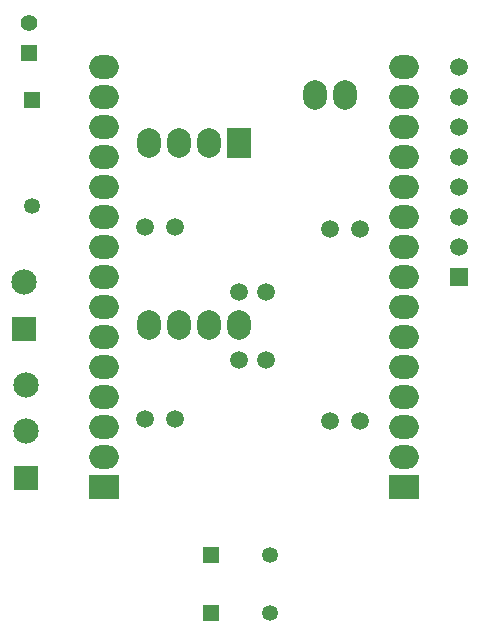
<source format=gbr>
G04*
G04 #@! TF.GenerationSoftware,Altium Limited,Altium Designer,25.4.2 (15)*
G04*
G04 Layer_Color=255*
%FSLAX44Y44*%
%MOMM*%
G71*
G04*
G04 #@! TF.SameCoordinates,6A45B100-41C4-4237-90B8-33650A0F4B54*
G04*
G04*
G04 #@! TF.FilePolarity,Positive*
G04*
G01*
G75*
%ADD33C,1.3500*%
%ADD34R,1.3500X1.3500*%
%ADD35O,2.0000X2.5000*%
%ADD36R,2.0000X2.5000*%
%ADD37C,1.5000*%
%ADD38R,1.5000X1.5000*%
%ADD39O,2.5000X2.0000*%
%ADD40R,2.5000X2.0000*%
%ADD41C,2.1500*%
%ADD42R,2.1500X2.1500*%
%ADD43C,1.4000*%
%ADD44R,1.4000X1.4000*%
%ADD45R,1.3500X1.3500*%
D33*
X247750Y30500D02*
D03*
Y79750D02*
D03*
X46250Y374750D02*
D03*
D34*
X197750Y30500D02*
D03*
Y79750D02*
D03*
D35*
X285450Y468800D02*
D03*
X310850D02*
D03*
X145050Y274600D02*
D03*
X170450D02*
D03*
X195850D02*
D03*
X221250D02*
D03*
X145050Y428000D02*
D03*
X170450D02*
D03*
X195850D02*
D03*
D36*
X221250D02*
D03*
D37*
X221250Y302000D02*
D03*
Y245000D02*
D03*
X407500Y339900D02*
D03*
Y365300D02*
D03*
Y390700D02*
D03*
Y416100D02*
D03*
Y441500D02*
D03*
Y466900D02*
D03*
Y492300D02*
D03*
X141750Y357060D02*
D03*
X167150D02*
D03*
X244000Y245000D02*
D03*
Y302000D02*
D03*
X323500Y192940D02*
D03*
X298100D02*
D03*
Y355500D02*
D03*
X323500D02*
D03*
X167150Y194500D02*
D03*
X141750D02*
D03*
D38*
X407500Y314500D02*
D03*
D39*
X360500Y492300D02*
D03*
Y466900D02*
D03*
Y441500D02*
D03*
Y416100D02*
D03*
Y390700D02*
D03*
Y365300D02*
D03*
Y339900D02*
D03*
Y314500D02*
D03*
Y289100D02*
D03*
Y263700D02*
D03*
Y238300D02*
D03*
Y212900D02*
D03*
Y187500D02*
D03*
Y162100D02*
D03*
X106500Y212900D02*
D03*
Y492300D02*
D03*
Y466900D02*
D03*
Y441500D02*
D03*
Y416100D02*
D03*
Y390700D02*
D03*
Y365300D02*
D03*
Y339900D02*
D03*
Y314500D02*
D03*
Y289100D02*
D03*
Y263700D02*
D03*
Y238300D02*
D03*
Y187500D02*
D03*
Y162100D02*
D03*
D40*
X360500Y136700D02*
D03*
X106500D02*
D03*
D41*
X40750Y223850D02*
D03*
Y184250D02*
D03*
X39250Y310500D02*
D03*
D42*
X40750Y144650D02*
D03*
X39250Y270900D02*
D03*
D43*
X43750Y529701D02*
D03*
D44*
Y504300D02*
D03*
D45*
X46250Y464750D02*
D03*
M02*

</source>
